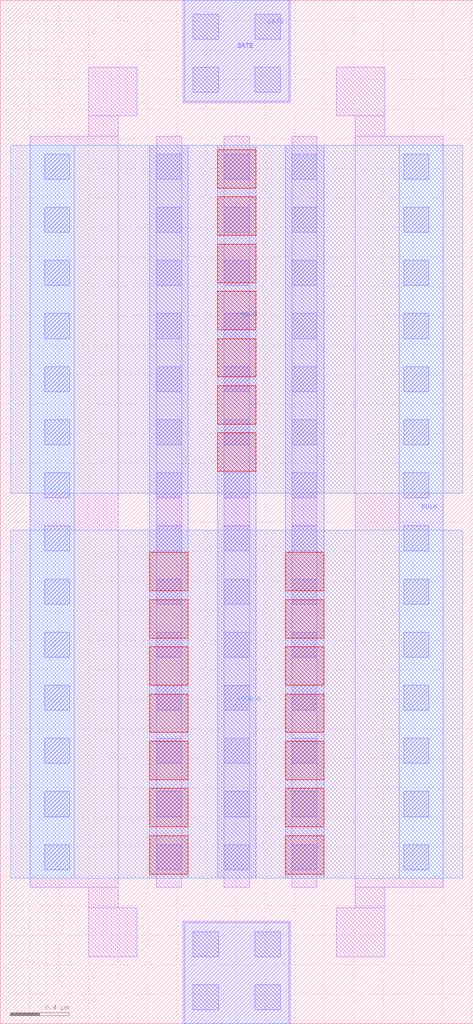
<source format=lef>
# Copyright 2020 The SkyWater PDK Authors
#
# Licensed under the Apache License, Version 2.0 (the "License");
# you may not use this file except in compliance with the License.
# You may obtain a copy of the License at
#
#     https://www.apache.org/licenses/LICENSE-2.0
#
# Unless required by applicable law or agreed to in writing, software
# distributed under the License is distributed on an "AS IS" BASIS,
# WITHOUT WARRANTIES OR CONDITIONS OF ANY KIND, either express or implied.
# See the License for the specific language governing permissions and
# limitations under the License.
#
# SPDX-License-Identifier: Apache-2.0

VERSION 5.7 ;
  NOWIREEXTENSIONATPIN ON ;
  DIVIDERCHAR "/" ;
  BUSBITCHARS "[]" ;
MACRO sky130_fd_pr__rf_pfet_01v8_bM02W5p00L0p18
  CLASS BLOCK ;
  FOREIGN sky130_fd_pr__rf_pfet_01v8_bM02W5p00L0p18 ;
  ORIGIN  0.000000  0.000000 ;
  SIZE  3.210000 BY  6.940000 ;
  PIN BULK
    ANTENNADIFFAREA  6.565000 ;
    ANTENNAGATEAREA  1.515000 ;
    PORT
      LAYER met1 ;
        RECT 0.205000 0.985000 0.500000 5.955000 ;
        RECT 2.710000 0.985000 3.005000 5.955000 ;
    END
  END BULK
  PIN DRAIN
    ANTENNADIFFAREA  1.414000 ;
    PORT
      LAYER met2 ;
        RECT 0.070000 3.595000 3.140000 5.955000 ;
    END
  END DRAIN
  PIN GATE
    ANTENNAGATEAREA  1.818000 ;
    PORT
      LAYER li1 ;
        RECT 1.240000 0.000000 1.970000 0.695000 ;
        RECT 1.240000 6.245000 1.970000 6.940000 ;
      LAYER mcon ;
        RECT 1.310000 0.095000 1.480000 0.265000 ;
        RECT 1.310000 0.455000 1.480000 0.625000 ;
        RECT 1.310000 6.315000 1.480000 6.485000 ;
        RECT 1.310000 6.675000 1.480000 6.845000 ;
        RECT 1.730000 0.095000 1.900000 0.265000 ;
        RECT 1.730000 0.455000 1.900000 0.625000 ;
        RECT 1.730000 6.315000 1.900000 6.485000 ;
        RECT 1.730000 6.675000 1.900000 6.845000 ;
    END
    PORT
      LAYER met1 ;
        RECT 1.250000 0.000000 1.960000 0.685000 ;
        RECT 1.250000 6.255000 1.960000 6.940000 ;
    END
  END GATE
  PIN SOURCE
    ANTENNADIFFAREA  2.828000 ;
    PORT
      LAYER met2 ;
        RECT 0.070000 0.985000 3.140000 3.345000 ;
    END
  END SOURCE
  OBS
    LAYER li1 ;
      RECT 0.205000 0.925000 0.800000 6.015000 ;
      RECT 0.600000 0.455000 0.930000 0.785000 ;
      RECT 0.600000 0.785000 0.800000 0.925000 ;
      RECT 0.600000 6.015000 0.800000 6.155000 ;
      RECT 0.600000 6.155000 0.930000 6.485000 ;
      RECT 1.060000 0.925000 1.230000 6.015000 ;
      RECT 1.520000 0.925000 1.690000 6.015000 ;
      RECT 1.980000 0.925000 2.150000 6.015000 ;
      RECT 2.280000 0.455000 2.610000 0.785000 ;
      RECT 2.280000 6.155000 2.610000 6.485000 ;
      RECT 2.410000 0.785000 2.610000 0.925000 ;
      RECT 2.410000 0.925000 3.005000 6.015000 ;
      RECT 2.410000 6.015000 2.610000 6.155000 ;
    LAYER mcon ;
      RECT 0.300000 1.045000 0.470000 1.215000 ;
      RECT 0.300000 1.405000 0.470000 1.575000 ;
      RECT 0.300000 1.765000 0.470000 1.935000 ;
      RECT 0.300000 2.125000 0.470000 2.295000 ;
      RECT 0.300000 2.485000 0.470000 2.655000 ;
      RECT 0.300000 2.845000 0.470000 3.015000 ;
      RECT 0.300000 3.205000 0.470000 3.375000 ;
      RECT 0.300000 3.565000 0.470000 3.735000 ;
      RECT 0.300000 3.925000 0.470000 4.095000 ;
      RECT 0.300000 4.285000 0.470000 4.455000 ;
      RECT 0.300000 4.645000 0.470000 4.815000 ;
      RECT 0.300000 5.005000 0.470000 5.175000 ;
      RECT 0.300000 5.365000 0.470000 5.535000 ;
      RECT 0.300000 5.725000 0.470000 5.895000 ;
      RECT 1.060000 1.045000 1.230000 1.215000 ;
      RECT 1.060000 1.405000 1.230000 1.575000 ;
      RECT 1.060000 1.765000 1.230000 1.935000 ;
      RECT 1.060000 2.125000 1.230000 2.295000 ;
      RECT 1.060000 2.485000 1.230000 2.655000 ;
      RECT 1.060000 2.845000 1.230000 3.015000 ;
      RECT 1.060000 3.205000 1.230000 3.375000 ;
      RECT 1.060000 3.565000 1.230000 3.735000 ;
      RECT 1.060000 3.925000 1.230000 4.095000 ;
      RECT 1.060000 4.285000 1.230000 4.455000 ;
      RECT 1.060000 4.645000 1.230000 4.815000 ;
      RECT 1.060000 5.005000 1.230000 5.175000 ;
      RECT 1.060000 5.365000 1.230000 5.535000 ;
      RECT 1.060000 5.725000 1.230000 5.895000 ;
      RECT 1.520000 1.045000 1.690000 1.215000 ;
      RECT 1.520000 1.405000 1.690000 1.575000 ;
      RECT 1.520000 1.765000 1.690000 1.935000 ;
      RECT 1.520000 2.125000 1.690000 2.295000 ;
      RECT 1.520000 2.485000 1.690000 2.655000 ;
      RECT 1.520000 2.845000 1.690000 3.015000 ;
      RECT 1.520000 3.205000 1.690000 3.375000 ;
      RECT 1.520000 3.565000 1.690000 3.735000 ;
      RECT 1.520000 3.925000 1.690000 4.095000 ;
      RECT 1.520000 4.285000 1.690000 4.455000 ;
      RECT 1.520000 4.645000 1.690000 4.815000 ;
      RECT 1.520000 5.005000 1.690000 5.175000 ;
      RECT 1.520000 5.365000 1.690000 5.535000 ;
      RECT 1.520000 5.725000 1.690000 5.895000 ;
      RECT 1.980000 1.045000 2.150000 1.215000 ;
      RECT 1.980000 1.405000 2.150000 1.575000 ;
      RECT 1.980000 1.765000 2.150000 1.935000 ;
      RECT 1.980000 2.125000 2.150000 2.295000 ;
      RECT 1.980000 2.485000 2.150000 2.655000 ;
      RECT 1.980000 2.845000 2.150000 3.015000 ;
      RECT 1.980000 3.205000 2.150000 3.375000 ;
      RECT 1.980000 3.565000 2.150000 3.735000 ;
      RECT 1.980000 3.925000 2.150000 4.095000 ;
      RECT 1.980000 4.285000 2.150000 4.455000 ;
      RECT 1.980000 4.645000 2.150000 4.815000 ;
      RECT 1.980000 5.005000 2.150000 5.175000 ;
      RECT 1.980000 5.365000 2.150000 5.535000 ;
      RECT 1.980000 5.725000 2.150000 5.895000 ;
      RECT 2.740000 1.045000 2.910000 1.215000 ;
      RECT 2.740000 1.405000 2.910000 1.575000 ;
      RECT 2.740000 1.765000 2.910000 1.935000 ;
      RECT 2.740000 2.125000 2.910000 2.295000 ;
      RECT 2.740000 2.485000 2.910000 2.655000 ;
      RECT 2.740000 2.845000 2.910000 3.015000 ;
      RECT 2.740000 3.205000 2.910000 3.375000 ;
      RECT 2.740000 3.565000 2.910000 3.735000 ;
      RECT 2.740000 3.925000 2.910000 4.095000 ;
      RECT 2.740000 4.285000 2.910000 4.455000 ;
      RECT 2.740000 4.645000 2.910000 4.815000 ;
      RECT 2.740000 5.005000 2.910000 5.175000 ;
      RECT 2.740000 5.365000 2.910000 5.535000 ;
      RECT 2.740000 5.725000 2.910000 5.895000 ;
    LAYER met1 ;
      RECT 1.015000 0.985000 1.275000 5.955000 ;
      RECT 1.475000 0.985000 1.735000 5.955000 ;
      RECT 1.935000 0.985000 2.195000 5.955000 ;
    LAYER via ;
      RECT 1.015000 1.015000 1.275000 1.275000 ;
      RECT 1.015000 1.335000 1.275000 1.595000 ;
      RECT 1.015000 1.655000 1.275000 1.915000 ;
      RECT 1.015000 1.975000 1.275000 2.235000 ;
      RECT 1.015000 2.295000 1.275000 2.555000 ;
      RECT 1.015000 2.615000 1.275000 2.875000 ;
      RECT 1.015000 2.935000 1.275000 3.195000 ;
      RECT 1.475000 3.745000 1.735000 4.005000 ;
      RECT 1.475000 4.065000 1.735000 4.325000 ;
      RECT 1.475000 4.385000 1.735000 4.645000 ;
      RECT 1.475000 4.705000 1.735000 4.965000 ;
      RECT 1.475000 5.025000 1.735000 5.285000 ;
      RECT 1.475000 5.345000 1.735000 5.605000 ;
      RECT 1.475000 5.665000 1.735000 5.925000 ;
      RECT 1.935000 1.015000 2.195000 1.275000 ;
      RECT 1.935000 1.335000 2.195000 1.595000 ;
      RECT 1.935000 1.655000 2.195000 1.915000 ;
      RECT 1.935000 1.975000 2.195000 2.235000 ;
      RECT 1.935000 2.295000 2.195000 2.555000 ;
      RECT 1.935000 2.615000 2.195000 2.875000 ;
      RECT 1.935000 2.935000 2.195000 3.195000 ;
  END
END sky130_fd_pr__rf_pfet_01v8_bM02W5p00L0p18
END LIBRARY

</source>
